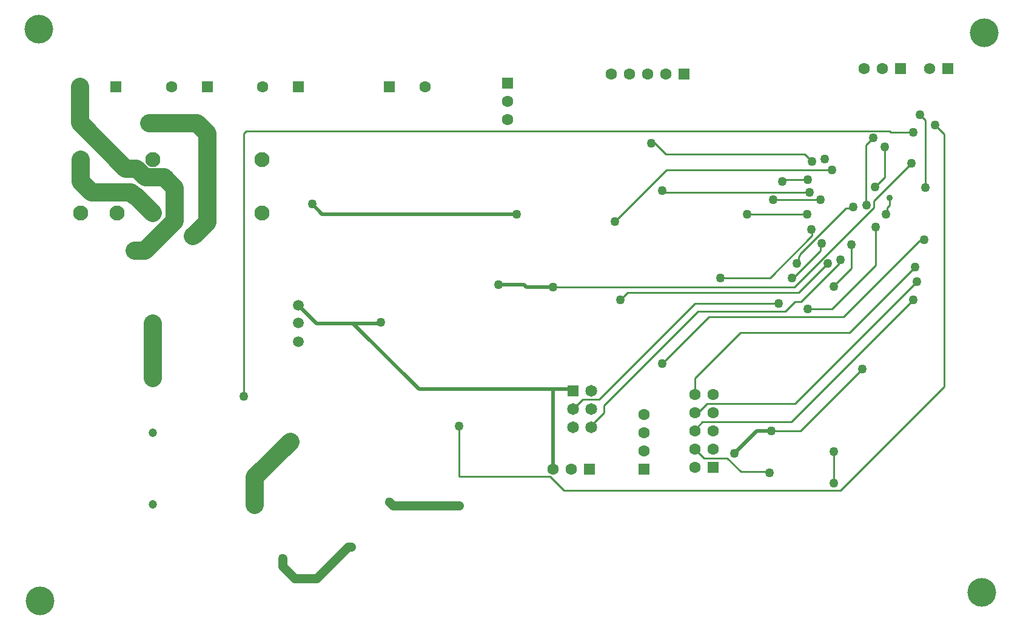
<source format=gbl>
G04*
G04 #@! TF.GenerationSoftware,Altium Limited,Altium Designer,23.3.1 (30)*
G04*
G04 Layer_Physical_Order=2*
G04 Layer_Color=16711680*
%FSLAX44Y44*%
%MOMM*%
G71*
G04*
G04 #@! TF.SameCoordinates,6291D12B-1A57-4E1F-9114-C69F7EA01FE8*
G04*
G04*
G04 #@! TF.FilePolarity,Positive*
G04*
G01*
G75*
%ADD14C,0.2540*%
%ADD59C,1.5700*%
%ADD60R,1.5700X1.5700*%
%ADD64C,1.2700*%
%ADD65C,0.5080*%
%ADD66C,2.5400*%
%ADD67C,0.2286*%
%ADD71C,2.1000*%
%ADD72C,1.6000*%
%ADD73R,1.6000X1.6000*%
%ADD74C,1.6500*%
%ADD75R,1.6500X1.6500*%
%ADD76C,1.2000*%
%ADD77C,1.5190*%
%ADD78R,1.6000X1.6000*%
%ADD79C,4.0000*%
%ADD80C,1.2700*%
%ADD81C,0.9144*%
D14*
X1194768Y605225D02*
X1205227Y615684D01*
Y657848D01*
X1194768Y602476D02*
Y605225D01*
X1132075Y432296D02*
X1192864Y493086D01*
Y546390D01*
X1098039Y432296D02*
X1132075D01*
X1079177Y462776D02*
X1190185Y573784D01*
X742439Y462776D02*
X1079177D01*
X1151003Y572592D02*
X1159087D01*
X1161031Y574536D01*
X1087057Y506972D02*
Y508646D01*
X1151003Y572592D01*
X1084997Y504912D02*
X1087057Y506972D01*
X1103739Y534202D02*
Y539818D01*
X1077591Y475476D02*
X1115605Y513490D01*
Y521932D01*
X1102907Y542874D02*
X1104851Y540930D01*
X1045013Y475476D02*
X1103739Y534202D01*
X1115605Y521932D02*
X1117324Y523650D01*
X1103739Y539818D02*
X1104851Y540930D01*
X1049779Y584696D02*
X1115819D01*
X1083053Y495542D02*
X1084997Y497486D01*
X1075471Y475476D02*
X1077591D01*
X1084997Y497486D02*
Y504912D01*
X1190185Y573784D02*
Y582862D01*
X1143251Y178550D02*
X1288539Y323838D01*
X737626Y198682D02*
X757759Y178550D01*
X1143251D01*
X1134107Y189472D02*
X1134361Y189726D01*
X1288539Y323838D02*
Y676136D01*
X1134361Y189726D02*
Y233160D01*
X611208Y198682D02*
Y268632D01*
Y198682D02*
X737626D01*
X899919Y648196D02*
X1093383D01*
X1103890Y637689D01*
X900564Y625981D02*
X1131369D01*
X828799Y554216D02*
X900564Y625981D01*
X1254503Y702806D02*
X1262123Y695186D01*
Y601714D02*
Y695186D01*
X985443Y223751D02*
X1004405Y204789D01*
X952914Y223751D02*
X985443D01*
X1004405Y204789D02*
X1043606D01*
X940021Y236644D02*
X952914Y223751D01*
X1179319Y577225D02*
Y660896D01*
Y577225D02*
X1179827Y576717D01*
X1207259Y564376D02*
X1209203Y566320D01*
Y573760D01*
X1212339Y576896D01*
Y586915D01*
X1212197Y587056D02*
X1212339Y586915D01*
X1192019Y602476D02*
X1194768D01*
X310639Y677188D02*
X313905Y680454D01*
X1212237D01*
X1214015Y678676D02*
X1245359D01*
X1179319Y660896D02*
X1189479Y671056D01*
X1212237Y680454D02*
X1214015Y678676D01*
X1087879Y262116D02*
X1174239Y348476D01*
X1190185Y582862D02*
X1242819Y635496D01*
X1043606Y204789D02*
X1044699Y203696D01*
X1047239Y262116D02*
X1087879D01*
X1074684Y274321D02*
X1245359Y444996D01*
X1156459Y399276D02*
X1247899Y490716D01*
X1004059Y399276D02*
X1156459D01*
X940021Y335238D02*
X1004059Y399276D01*
X1080259Y300216D02*
X1250439Y470396D01*
X950752Y274321D02*
X1074684D01*
X957616Y300216D02*
X1080259D01*
X1147569Y420866D02*
X1253575Y526872D01*
X894839Y356096D02*
X959609Y420866D01*
X1253575Y526872D02*
X1258655D01*
X959609Y420866D02*
X1147569D01*
X1258655Y526872D02*
X1260599Y528816D01*
X940021Y262044D02*
Y263589D01*
X950752Y274321D01*
X806251Y305608D02*
X940559Y439916D01*
X944942Y429059D02*
X1066862D01*
X940559Y439916D02*
X1057399D01*
X1088488Y442456D02*
X1140689Y494657D01*
X1066862Y429059D02*
X1080259Y442456D01*
X1088488D01*
X813559Y297676D02*
X944942Y429059D01*
X940021Y287444D02*
X942596Y290019D01*
X947420D01*
X957616Y300216D01*
X1275839Y688836D02*
X1288539Y676136D01*
X940021Y312844D02*
Y335238D01*
X1140689Y495057D02*
X1143759Y498127D01*
Y500876D01*
X1140689Y494657D02*
Y495057D01*
X1085172Y455156D02*
X1125851Y495835D01*
X846579Y455156D02*
X1085172D01*
X836419Y444996D02*
X846579Y455156D01*
X976119Y475476D02*
X1045013D01*
X813559Y287516D02*
Y297676D01*
X795779Y269736D02*
X813559Y287516D01*
X795779Y267196D02*
Y269736D01*
X783391Y305608D02*
X806251D01*
X770379Y292596D02*
X783391Y305608D01*
X894839Y597396D02*
X897379Y594856D01*
X1100579D01*
X1062479Y610096D02*
X1065019Y612636D01*
X1098039D01*
X884679Y663436D02*
X899919Y648196D01*
X879599Y663436D02*
X884679D01*
X310639Y310376D02*
Y677188D01*
D59*
X1268219Y767576D02*
D03*
D60*
X1293619D02*
D03*
D64*
X513585Y163056D02*
X518919Y157722D01*
X610867D01*
X381333Y56376D02*
X412239D01*
X455975Y100112D01*
X460374D01*
X364255Y73453D02*
X381333Y56376D01*
X364255Y73453D02*
Y84200D01*
D65*
X665731Y465824D02*
X701832D01*
X704880Y462776D02*
X742439D01*
X701832Y465824D02*
X704880Y462776D01*
X463039Y411976D02*
X554813Y320202D01*
X769884D01*
X995423Y230874D02*
X1026665Y262116D01*
X1047239D01*
X742439Y208776D02*
Y319602D01*
X742533Y319697D01*
X463039Y411976D02*
X500432D01*
X412439D02*
X463039D01*
X420054Y564376D02*
X691639D01*
X405771Y578658D02*
X420054Y564376D01*
X500432Y411976D02*
X501620Y413164D01*
X386839Y437576D02*
X412439Y411976D01*
D66*
X97718Y594602D02*
X153413D01*
X82839Y609481D02*
X97718Y594602D01*
X160804Y628087D02*
X173293Y615598D01*
X82839Y609481D02*
Y640576D01*
X82039Y691776D02*
X145728Y628087D01*
X160804D01*
X153413Y594602D02*
X158239Y589776D01*
X173293Y615598D02*
X199363D01*
X214242Y600719D01*
Y555216D02*
Y600719D01*
X325879Y197359D02*
X375580Y247060D01*
X325879Y158904D02*
Y197359D01*
X240425Y534447D02*
X240774D01*
X239610Y533632D02*
X240425Y534447D01*
X240774D02*
X259839Y553511D01*
X172602Y513576D02*
X214242Y555216D01*
X259839Y553511D02*
Y676497D01*
X158239Y513576D02*
X172602D01*
X244960Y691376D02*
X259839Y676497D01*
X178032Y691376D02*
X244960D01*
X183639Y335776D02*
Y411976D01*
X158839Y590376D02*
X183639Y565576D01*
X82039Y691776D02*
Y742176D01*
D67*
X1013203Y564122D02*
X1013457Y564376D01*
X1097277D01*
X1134615Y463030D02*
Y464554D01*
X1158745Y488684D01*
Y522212D01*
D71*
X336239Y640576D02*
D03*
X183639D02*
D03*
X133239D02*
D03*
X82839D02*
D03*
Y565576D02*
D03*
X133239D02*
D03*
X183639D02*
D03*
X336239D02*
D03*
D72*
X940021Y312844D02*
D03*
Y287444D02*
D03*
X965421Y312844D02*
D03*
Y287444D02*
D03*
X940021Y262044D02*
D03*
X965421D02*
D03*
X940021Y236644D02*
D03*
X965421D02*
D03*
X940021Y211244D02*
D03*
X678939Y721856D02*
D03*
Y696456D02*
D03*
X1176779Y767576D02*
D03*
X1202179D02*
D03*
X874519Y759956D02*
D03*
X899919D02*
D03*
X849119D02*
D03*
X823719D02*
D03*
X742439Y208776D02*
D03*
X767839D02*
D03*
X869439Y284976D02*
D03*
Y259576D02*
D03*
Y234176D02*
D03*
X336439Y742176D02*
D03*
X563839D02*
D03*
X209439D02*
D03*
X82039D02*
D03*
D73*
X965421Y211244D02*
D03*
X678939Y747256D02*
D03*
X869439Y208776D02*
D03*
D74*
X795779Y267196D02*
D03*
Y292596D02*
D03*
X770379Y267196D02*
D03*
Y292596D02*
D03*
X795779Y317996D02*
D03*
D75*
X770379D02*
D03*
D76*
X183639Y159576D02*
D03*
Y259576D02*
D03*
D77*
X386839Y386576D02*
D03*
Y412576D02*
D03*
Y437576D02*
D03*
D78*
X1227579Y767576D02*
D03*
X925319Y759956D02*
D03*
X793239Y208776D02*
D03*
X386439Y742176D02*
D03*
X513839D02*
D03*
X259439D02*
D03*
X132039D02*
D03*
D79*
X1344419Y817360D02*
D03*
X1340609Y36310D02*
D03*
X25651Y25134D02*
D03*
X24127Y822186D02*
D03*
D80*
X610867Y157722D02*
D03*
X1205227Y657848D02*
D03*
X665731Y465824D02*
D03*
X513585Y163056D02*
D03*
X1254503Y702806D02*
D03*
X1013203Y564122D02*
D03*
X1097277Y564376D02*
D03*
X1134615Y463030D02*
D03*
X1117324Y523650D02*
D03*
X1102907Y542874D02*
D03*
X1083053Y495542D02*
D03*
X1158745Y522212D02*
D03*
X1134107Y189472D02*
D03*
X1134361Y233160D02*
D03*
X1103890Y637689D02*
D03*
X1262123Y601714D02*
D03*
X1131369Y625981D02*
D03*
X1121661Y641592D02*
D03*
X995423Y230874D02*
D03*
X1075471Y475476D02*
D03*
X1161031Y574536D02*
D03*
X1179827Y576717D02*
D03*
X1192019Y602476D02*
D03*
X1189479Y671056D02*
D03*
X1174239Y348476D02*
D03*
X1192864Y546390D02*
D03*
X1207259Y564376D02*
D03*
X1044699Y203696D02*
D03*
X1098039Y432296D02*
D03*
X1047239Y262116D02*
D03*
X1245359Y444996D02*
D03*
X1250439Y470396D02*
D03*
X1247899Y490716D02*
D03*
X1049779Y584696D02*
D03*
X1260599Y528816D02*
D03*
X894839Y356096D02*
D03*
X1143759Y500876D02*
D03*
X1125851Y495835D02*
D03*
X1057399Y439916D02*
D03*
X836419Y444996D02*
D03*
X976119Y475476D02*
D03*
X1115819Y584696D02*
D03*
X894839Y597396D02*
D03*
X1100579Y594856D02*
D03*
X1062479Y610096D02*
D03*
X1098039Y612636D02*
D03*
X879599Y663436D02*
D03*
X828799Y554216D02*
D03*
X1242819Y635496D02*
D03*
X1245359Y678676D02*
D03*
X325879Y158904D02*
D03*
X1275839Y688836D02*
D03*
X691639Y564376D02*
D03*
X742439Y462776D02*
D03*
X405771Y578658D02*
D03*
X310639Y310376D02*
D03*
X611208Y268632D02*
D03*
X501620Y413164D02*
D03*
X364255Y84200D02*
D03*
X460374Y100112D02*
D03*
X375580Y247060D02*
D03*
X239610Y533632D02*
D03*
X178032Y691376D02*
D03*
X183639Y411976D02*
D03*
Y335776D02*
D03*
X158239Y589776D02*
D03*
Y513576D02*
D03*
D81*
X1212197Y587056D02*
D03*
M02*

</source>
